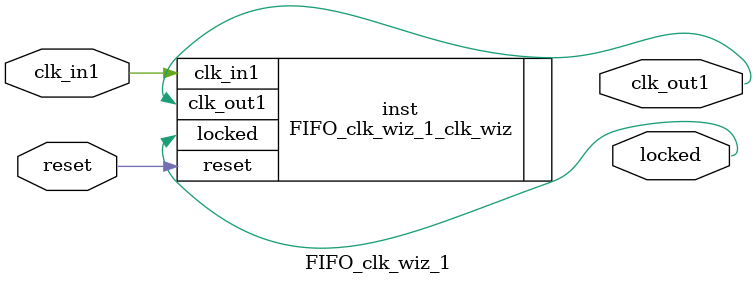
<source format=v>


`timescale 1ps/1ps

(* CORE_GENERATION_INFO = "FIFO_clk_wiz_1,clk_wiz_v6_0_14_0_0,{component_name=FIFO_clk_wiz_1,use_phase_alignment=true,use_min_o_jitter=false,use_max_i_jitter=false,use_dyn_phase_shift=false,use_inclk_switchover=false,use_dyn_reconfig=false,enable_axi=0,feedback_source=FDBK_AUTO,PRIMITIVE=MMCM,num_out_clk=1,clkin1_period=10.000,clkin2_period=10.000,use_power_down=false,use_reset=true,use_locked=true,use_inclk_stopped=false,feedback_type=SINGLE,CLOCK_MGR_TYPE=NA,manual_override=false}" *)

module FIFO_clk_wiz_1 
 (
  // Clock out ports
  output        clk_out1,
  // Status and control signals
  input         reset,
  output        locked,
 // Clock in ports
  input         clk_in1
 );

  FIFO_clk_wiz_1_clk_wiz inst
  (
  // Clock out ports  
  .clk_out1(clk_out1),
  // Status and control signals               
  .reset(reset), 
  .locked(locked),
 // Clock in ports
  .clk_in1(clk_in1)
  );

endmodule

</source>
